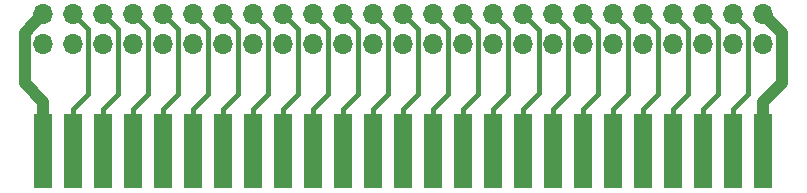
<source format=gbr>
G04 #@! TF.GenerationSoftware,KiCad,Pcbnew,(5.1.5-0-10_14)*
G04 #@! TF.CreationDate,2021-02-08T21:24:19-05:00*
G04 #@! TF.ProjectId,apple-ii-breadboard-card,6170706c-652d-4696-992d-627265616462,1.1*
G04 #@! TF.SameCoordinates,Original*
G04 #@! TF.FileFunction,Copper,L2,Bot*
G04 #@! TF.FilePolarity,Positive*
%FSLAX46Y46*%
G04 Gerber Fmt 4.6, Leading zero omitted, Abs format (unit mm)*
G04 Created by KiCad (PCBNEW (5.1.5-0-10_14)) date 2021-02-08 21:24:19*
%MOMM*%
%LPD*%
G04 APERTURE LIST*
%ADD10O,1.700000X1.700000*%
%ADD11R,1.524000X6.350000*%
%ADD12C,1.000000*%
%ADD13C,0.400000*%
G04 APERTURE END LIST*
D10*
X231140000Y-116840000D03*
X231140000Y-119380000D03*
X228600000Y-116840000D03*
X228600000Y-119380000D03*
X226060000Y-116840000D03*
X226060000Y-119380000D03*
X223520000Y-116840000D03*
X223520000Y-119380000D03*
X220980000Y-116840000D03*
X220980000Y-119380000D03*
X218440000Y-116840000D03*
X218440000Y-119380000D03*
X215900000Y-116840000D03*
X215900000Y-119380000D03*
X213360000Y-116840000D03*
X213360000Y-119380000D03*
X210820000Y-116840000D03*
X210820000Y-119380000D03*
X208280000Y-116840000D03*
X208280000Y-119380000D03*
X205740000Y-116840000D03*
X205740000Y-119380000D03*
X203200000Y-116840000D03*
X203200000Y-119380000D03*
X200660000Y-116840000D03*
X200660000Y-119380000D03*
X198120000Y-116840000D03*
X198120000Y-119380000D03*
X195580000Y-116840000D03*
X195580000Y-119380000D03*
X193040000Y-116840000D03*
X193040000Y-119380000D03*
X190500000Y-116840000D03*
X190500000Y-119380000D03*
X187960000Y-116840000D03*
X187960000Y-119380000D03*
X185420000Y-116840000D03*
X185420000Y-119380000D03*
X182880000Y-116840000D03*
X182880000Y-119380000D03*
X180340000Y-116840000D03*
X180340000Y-119380000D03*
X177800000Y-116840000D03*
X177800000Y-119380000D03*
X175260000Y-116840000D03*
X175260000Y-119380000D03*
X172720000Y-116840000D03*
X172720000Y-119380000D03*
X170180000Y-116840000D03*
X170180000Y-119380000D03*
D11*
X231140000Y-128397000D03*
X228600000Y-128397000D03*
X226060000Y-128397000D03*
X223520000Y-128397000D03*
X220980000Y-128397000D03*
X218440000Y-128397000D03*
X215900000Y-128397000D03*
X213360000Y-128397000D03*
X210820000Y-128397000D03*
X208280000Y-128397000D03*
X205740000Y-128397000D03*
X203200000Y-128397000D03*
X200660000Y-128397000D03*
X198120000Y-128397000D03*
X195580000Y-128397000D03*
X193040000Y-128397000D03*
X190500000Y-128397000D03*
X187960000Y-128397000D03*
X185420000Y-128397000D03*
X182880000Y-128397000D03*
X180340000Y-128397000D03*
X177800000Y-128397000D03*
X175260000Y-128397000D03*
X172720000Y-128397000D03*
X170180000Y-128397000D03*
D12*
X168629999Y-118390001D02*
X169330001Y-117689999D01*
X168629999Y-122671999D02*
X168629999Y-118390001D01*
X170180000Y-124222000D02*
X168629999Y-122671999D01*
X169330001Y-117689999D02*
X170180000Y-116840000D01*
X170180000Y-128397000D02*
X170180000Y-124222000D01*
D13*
X173569999Y-117689999D02*
X172720000Y-116840000D01*
X173970001Y-118090001D02*
X173569999Y-117689999D01*
X172720000Y-124822000D02*
X173970001Y-123571999D01*
X173970001Y-123571999D02*
X173970001Y-118090001D01*
X172720000Y-128397000D02*
X172720000Y-124822000D01*
X176109999Y-117689999D02*
X175260000Y-116840000D01*
X176510001Y-118090001D02*
X176109999Y-117689999D01*
X176510001Y-123571999D02*
X176510001Y-118090001D01*
X175260000Y-124822000D02*
X176510001Y-123571999D01*
X175260000Y-128397000D02*
X175260000Y-124822000D01*
X178649999Y-117689999D02*
X177800000Y-116840000D01*
X179050001Y-118090001D02*
X178649999Y-117689999D01*
X179050001Y-123571999D02*
X179050001Y-118090001D01*
X177800000Y-124822000D02*
X179050001Y-123571999D01*
X177800000Y-128397000D02*
X177800000Y-124822000D01*
X181590001Y-123571999D02*
X181590001Y-118090001D01*
X180340000Y-124822000D02*
X181590001Y-123571999D01*
X181189999Y-117689999D02*
X180340000Y-116840000D01*
X181590001Y-118090001D02*
X181189999Y-117689999D01*
X180340000Y-128397000D02*
X180340000Y-124822000D01*
X184130001Y-118090001D02*
X183729999Y-117689999D01*
X183729999Y-117689999D02*
X182880000Y-116840000D01*
X184130001Y-123571999D02*
X184130001Y-118090001D01*
X182880000Y-124822000D02*
X184130001Y-123571999D01*
X182880000Y-128397000D02*
X182880000Y-124822000D01*
X186269999Y-117689999D02*
X185420000Y-116840000D01*
X186670001Y-118090001D02*
X186269999Y-117689999D01*
X186670001Y-123571999D02*
X186670001Y-118090001D01*
X185420000Y-124822000D02*
X186670001Y-123571999D01*
X185420000Y-128397000D02*
X185420000Y-124822000D01*
X188809999Y-117689999D02*
X187960000Y-116840000D01*
X189210001Y-123571999D02*
X189210001Y-118090001D01*
X189210001Y-118090001D02*
X188809999Y-117689999D01*
X187960000Y-124822000D02*
X189210001Y-123571999D01*
X187960000Y-128397000D02*
X187960000Y-124822000D01*
X191750001Y-118090001D02*
X191349999Y-117689999D01*
X190500000Y-124822000D02*
X191750001Y-123571999D01*
X191349999Y-117689999D02*
X190500000Y-116840000D01*
X191750001Y-123571999D02*
X191750001Y-118090001D01*
X190500000Y-128397000D02*
X190500000Y-124822000D01*
X193889999Y-117689999D02*
X193040000Y-116840000D01*
X194290001Y-118090001D02*
X193889999Y-117689999D01*
X194290001Y-123571999D02*
X194290001Y-118090001D01*
X193040000Y-124822000D02*
X194290001Y-123571999D01*
X193040000Y-128397000D02*
X193040000Y-124822000D01*
X196429999Y-117689999D02*
X195580000Y-116840000D01*
X196830001Y-118090001D02*
X196429999Y-117689999D01*
X196830001Y-123571999D02*
X196830001Y-118090001D01*
X195580000Y-124822000D02*
X196830001Y-123571999D01*
X195580000Y-128397000D02*
X195580000Y-124822000D01*
X199370001Y-118090001D02*
X198969999Y-117689999D01*
X198969999Y-117689999D02*
X198120000Y-116840000D01*
X198120000Y-124822000D02*
X199370001Y-123571999D01*
X199370001Y-123571999D02*
X199370001Y-118090001D01*
X198120000Y-128397000D02*
X198120000Y-124822000D01*
X201910001Y-118090001D02*
X201509999Y-117689999D01*
X201910001Y-123571999D02*
X201910001Y-118090001D01*
X200660000Y-124822000D02*
X201910001Y-123571999D01*
X201509999Y-117689999D02*
X200660000Y-116840000D01*
X200660000Y-128397000D02*
X200660000Y-124822000D01*
X204049999Y-117689999D02*
X203200000Y-116840000D01*
X204450001Y-118090001D02*
X204049999Y-117689999D01*
X204450001Y-123571999D02*
X204450001Y-118090001D01*
X203200000Y-124822000D02*
X204450001Y-123571999D01*
X203200000Y-128397000D02*
X203200000Y-124822000D01*
X206990001Y-118090001D02*
X206589999Y-117689999D01*
X206589999Y-117689999D02*
X205740000Y-116840000D01*
X205740000Y-124822000D02*
X206990001Y-123571999D01*
X206990001Y-123571999D02*
X206990001Y-118090001D01*
X205740000Y-128397000D02*
X205740000Y-124822000D01*
X209129999Y-117689999D02*
X208280000Y-116840000D01*
X208280000Y-124822000D02*
X209530001Y-123571999D01*
X209530001Y-118090001D02*
X209129999Y-117689999D01*
X209530001Y-123571999D02*
X209530001Y-118090001D01*
X208280000Y-128397000D02*
X208280000Y-124822000D01*
X212109999Y-118129999D02*
X211669999Y-117689999D01*
X211669999Y-117689999D02*
X210820000Y-116840000D01*
X210820000Y-124822000D02*
X212109999Y-123532001D01*
X212109999Y-123532001D02*
X212109999Y-118129999D01*
X210820000Y-128397000D02*
X210820000Y-124822000D01*
X214610001Y-118090001D02*
X214209999Y-117689999D01*
X214610001Y-123571999D02*
X214610001Y-118090001D01*
X213360000Y-124822000D02*
X214610001Y-123571999D01*
X214209999Y-117689999D02*
X213360000Y-116840000D01*
X213360000Y-128397000D02*
X213360000Y-124822000D01*
X217150001Y-118090001D02*
X216749999Y-117689999D01*
X217150001Y-123571999D02*
X217150001Y-118090001D01*
X215900000Y-124822000D02*
X217150001Y-123571999D01*
X216749999Y-117689999D02*
X215900000Y-116840000D01*
X215900000Y-128397000D02*
X215900000Y-124822000D01*
X219690001Y-118090001D02*
X219289999Y-117689999D01*
X218440000Y-124822000D02*
X219690001Y-123571999D01*
X219289999Y-117689999D02*
X218440000Y-116840000D01*
X219690001Y-123571999D02*
X219690001Y-118090001D01*
X218440000Y-128397000D02*
X218440000Y-124822000D01*
X222230001Y-118090001D02*
X221829999Y-117689999D01*
X222230001Y-123571999D02*
X222230001Y-118090001D01*
X220980000Y-124822000D02*
X222230001Y-123571999D01*
X221829999Y-117689999D02*
X220980000Y-116840000D01*
X220980000Y-128397000D02*
X220980000Y-124822000D01*
X224770001Y-118090001D02*
X224369999Y-117689999D01*
X224770001Y-123571999D02*
X224770001Y-118090001D01*
X224369999Y-117689999D02*
X223520000Y-116840000D01*
X223520000Y-124822000D02*
X224770001Y-123571999D01*
X223520000Y-128397000D02*
X223520000Y-124822000D01*
X226909999Y-117689999D02*
X226060000Y-116840000D01*
X227310001Y-123571999D02*
X227310001Y-118090001D01*
X226060000Y-124822000D02*
X227310001Y-123571999D01*
X227310001Y-118090001D02*
X226909999Y-117689999D01*
X226060000Y-128397000D02*
X226060000Y-124822000D01*
X229449999Y-117689999D02*
X228600000Y-116840000D01*
X229850001Y-118090001D02*
X229449999Y-117689999D01*
X229850001Y-123571999D02*
X229850001Y-118090001D01*
X228600000Y-124822000D02*
X229850001Y-123571999D01*
X228600000Y-128397000D02*
X228600000Y-124822000D01*
D12*
X231989999Y-117689999D02*
X231140000Y-116840000D01*
X231140000Y-124222000D02*
X232690001Y-122671999D01*
X232690001Y-118390001D02*
X231989999Y-117689999D01*
X232690001Y-122671999D02*
X232690001Y-118390001D01*
X231140000Y-128397000D02*
X231140000Y-124222000D01*
M02*

</source>
